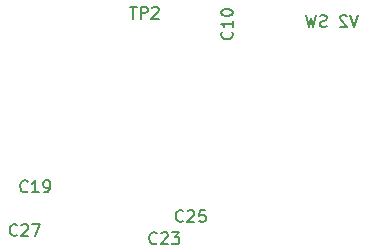
<source format=gbo>
G04 #@! TF.GenerationSoftware,KiCad,Pcbnew,(6.0.10)*
G04 #@! TF.CreationDate,2023-03-04T03:17:20-05:00*
G04 #@! TF.ProjectId,SmartWatch,536d6172-7457-4617-9463-682e6b696361,rev?*
G04 #@! TF.SameCoordinates,Original*
G04 #@! TF.FileFunction,Legend,Bot*
G04 #@! TF.FilePolarity,Positive*
%FSLAX46Y46*%
G04 Gerber Fmt 4.6, Leading zero omitted, Abs format (unit mm)*
G04 Created by KiCad (PCBNEW (6.0.10)) date 2023-03-04 03:17:20*
%MOMM*%
%LPD*%
G01*
G04 APERTURE LIST*
G04 Aperture macros list*
%AMRoundRect*
0 Rectangle with rounded corners*
0 $1 Rounding radius*
0 $2 $3 $4 $5 $6 $7 $8 $9 X,Y pos of 4 corners*
0 Add a 4 corners polygon primitive as box body*
4,1,4,$2,$3,$4,$5,$6,$7,$8,$9,$2,$3,0*
0 Add four circle primitives for the rounded corners*
1,1,$1+$1,$2,$3*
1,1,$1+$1,$4,$5*
1,1,$1+$1,$6,$7*
1,1,$1+$1,$8,$9*
0 Add four rect primitives between the rounded corners*
20,1,$1+$1,$2,$3,$4,$5,0*
20,1,$1+$1,$4,$5,$6,$7,0*
20,1,$1+$1,$6,$7,$8,$9,0*
20,1,$1+$1,$8,$9,$2,$3,0*%
G04 Aperture macros list end*
%ADD10C,0.150000*%
%ADD11RoundRect,0.050800X0.850000X0.850000X-0.850000X0.850000X-0.850000X-0.850000X0.850000X-0.850000X0*%
%ADD12O,1.801600X1.801600*%
%ADD13C,4.501600*%
%ADD14C,0.601600*%
%ADD15O,1.001600X1.901600*%
%ADD16RoundRect,0.050800X0.500000X0.500000X-0.500000X0.500000X-0.500000X-0.500000X0.500000X-0.500000X0*%
%ADD17O,1.101600X1.101600*%
%ADD18RoundRect,0.300800X0.350000X0.625000X-0.350000X0.625000X-0.350000X-0.625000X0.350000X-0.625000X0*%
%ADD19O,1.301600X1.851600*%
G04 APERTURE END LIST*
D10*
X101438095Y-69452380D02*
X101104761Y-70452380D01*
X100771428Y-69452380D01*
X100485714Y-69547619D02*
X100438095Y-69500000D01*
X100342857Y-69452380D01*
X100104761Y-69452380D01*
X100009523Y-69500000D01*
X99961904Y-69547619D01*
X99914285Y-69642857D01*
X99914285Y-69738095D01*
X99961904Y-69880952D01*
X100533333Y-70452380D01*
X99914285Y-70452380D01*
X98771428Y-70404761D02*
X98628571Y-70452380D01*
X98390476Y-70452380D01*
X98295238Y-70404761D01*
X98247619Y-70357142D01*
X98200000Y-70261904D01*
X98200000Y-70166666D01*
X98247619Y-70071428D01*
X98295238Y-70023809D01*
X98390476Y-69976190D01*
X98580952Y-69928571D01*
X98676190Y-69880952D01*
X98723809Y-69833333D01*
X98771428Y-69738095D01*
X98771428Y-69642857D01*
X98723809Y-69547619D01*
X98676190Y-69500000D01*
X98580952Y-69452380D01*
X98342857Y-69452380D01*
X98200000Y-69500000D01*
X97866666Y-69452380D02*
X97628571Y-70452380D01*
X97438095Y-69738095D01*
X97247619Y-70452380D01*
X97009523Y-69452380D01*
X86632142Y-86882142D02*
X86584523Y-86929761D01*
X86441666Y-86977380D01*
X86346428Y-86977380D01*
X86203571Y-86929761D01*
X86108333Y-86834523D01*
X86060714Y-86739285D01*
X86013095Y-86548809D01*
X86013095Y-86405952D01*
X86060714Y-86215476D01*
X86108333Y-86120238D01*
X86203571Y-86025000D01*
X86346428Y-85977380D01*
X86441666Y-85977380D01*
X86584523Y-86025000D01*
X86632142Y-86072619D01*
X87013095Y-86072619D02*
X87060714Y-86025000D01*
X87155952Y-85977380D01*
X87394047Y-85977380D01*
X87489285Y-86025000D01*
X87536904Y-86072619D01*
X87584523Y-86167857D01*
X87584523Y-86263095D01*
X87536904Y-86405952D01*
X86965476Y-86977380D01*
X87584523Y-86977380D01*
X88489285Y-85977380D02*
X88013095Y-85977380D01*
X87965476Y-86453571D01*
X88013095Y-86405952D01*
X88108333Y-86358333D01*
X88346428Y-86358333D01*
X88441666Y-86405952D01*
X88489285Y-86453571D01*
X88536904Y-86548809D01*
X88536904Y-86786904D01*
X88489285Y-86882142D01*
X88441666Y-86929761D01*
X88346428Y-86977380D01*
X88108333Y-86977380D01*
X88013095Y-86929761D01*
X87965476Y-86882142D01*
X73457142Y-84357142D02*
X73409523Y-84404761D01*
X73266666Y-84452380D01*
X73171428Y-84452380D01*
X73028571Y-84404761D01*
X72933333Y-84309523D01*
X72885714Y-84214285D01*
X72838095Y-84023809D01*
X72838095Y-83880952D01*
X72885714Y-83690476D01*
X72933333Y-83595238D01*
X73028571Y-83500000D01*
X73171428Y-83452380D01*
X73266666Y-83452380D01*
X73409523Y-83500000D01*
X73457142Y-83547619D01*
X74409523Y-84452380D02*
X73838095Y-84452380D01*
X74123809Y-84452380D02*
X74123809Y-83452380D01*
X74028571Y-83595238D01*
X73933333Y-83690476D01*
X73838095Y-83738095D01*
X74885714Y-84452380D02*
X75076190Y-84452380D01*
X75171428Y-84404761D01*
X75219047Y-84357142D01*
X75314285Y-84214285D01*
X75361904Y-84023809D01*
X75361904Y-83642857D01*
X75314285Y-83547619D01*
X75266666Y-83500000D01*
X75171428Y-83452380D01*
X74980952Y-83452380D01*
X74885714Y-83500000D01*
X74838095Y-83547619D01*
X74790476Y-83642857D01*
X74790476Y-83880952D01*
X74838095Y-83976190D01*
X74885714Y-84023809D01*
X74980952Y-84071428D01*
X75171428Y-84071428D01*
X75266666Y-84023809D01*
X75314285Y-83976190D01*
X75361904Y-83880952D01*
X82138095Y-68752380D02*
X82709523Y-68752380D01*
X82423809Y-69752380D02*
X82423809Y-68752380D01*
X83042857Y-69752380D02*
X83042857Y-68752380D01*
X83423809Y-68752380D01*
X83519047Y-68800000D01*
X83566666Y-68847619D01*
X83614285Y-68942857D01*
X83614285Y-69085714D01*
X83566666Y-69180952D01*
X83519047Y-69228571D01*
X83423809Y-69276190D01*
X83042857Y-69276190D01*
X83995238Y-68847619D02*
X84042857Y-68800000D01*
X84138095Y-68752380D01*
X84376190Y-68752380D01*
X84471428Y-68800000D01*
X84519047Y-68847619D01*
X84566666Y-68942857D01*
X84566666Y-69038095D01*
X84519047Y-69180952D01*
X83947619Y-69752380D01*
X84566666Y-69752380D01*
X72557142Y-88057142D02*
X72509523Y-88104761D01*
X72366666Y-88152380D01*
X72271428Y-88152380D01*
X72128571Y-88104761D01*
X72033333Y-88009523D01*
X71985714Y-87914285D01*
X71938095Y-87723809D01*
X71938095Y-87580952D01*
X71985714Y-87390476D01*
X72033333Y-87295238D01*
X72128571Y-87200000D01*
X72271428Y-87152380D01*
X72366666Y-87152380D01*
X72509523Y-87200000D01*
X72557142Y-87247619D01*
X72938095Y-87247619D02*
X72985714Y-87200000D01*
X73080952Y-87152380D01*
X73319047Y-87152380D01*
X73414285Y-87200000D01*
X73461904Y-87247619D01*
X73509523Y-87342857D01*
X73509523Y-87438095D01*
X73461904Y-87580952D01*
X72890476Y-88152380D01*
X73509523Y-88152380D01*
X73842857Y-87152380D02*
X74509523Y-87152380D01*
X74080952Y-88152380D01*
X84387142Y-88752142D02*
X84339523Y-88799761D01*
X84196666Y-88847380D01*
X84101428Y-88847380D01*
X83958571Y-88799761D01*
X83863333Y-88704523D01*
X83815714Y-88609285D01*
X83768095Y-88418809D01*
X83768095Y-88275952D01*
X83815714Y-88085476D01*
X83863333Y-87990238D01*
X83958571Y-87895000D01*
X84101428Y-87847380D01*
X84196666Y-87847380D01*
X84339523Y-87895000D01*
X84387142Y-87942619D01*
X84768095Y-87942619D02*
X84815714Y-87895000D01*
X84910952Y-87847380D01*
X85149047Y-87847380D01*
X85244285Y-87895000D01*
X85291904Y-87942619D01*
X85339523Y-88037857D01*
X85339523Y-88133095D01*
X85291904Y-88275952D01*
X84720476Y-88847380D01*
X85339523Y-88847380D01*
X85672857Y-87847380D02*
X86291904Y-87847380D01*
X85958571Y-88228333D01*
X86101428Y-88228333D01*
X86196666Y-88275952D01*
X86244285Y-88323571D01*
X86291904Y-88418809D01*
X86291904Y-88656904D01*
X86244285Y-88752142D01*
X86196666Y-88799761D01*
X86101428Y-88847380D01*
X85815714Y-88847380D01*
X85720476Y-88799761D01*
X85672857Y-88752142D01*
X90732142Y-70867857D02*
X90779761Y-70915476D01*
X90827380Y-71058333D01*
X90827380Y-71153571D01*
X90779761Y-71296428D01*
X90684523Y-71391666D01*
X90589285Y-71439285D01*
X90398809Y-71486904D01*
X90255952Y-71486904D01*
X90065476Y-71439285D01*
X89970238Y-71391666D01*
X89875000Y-71296428D01*
X89827380Y-71153571D01*
X89827380Y-71058333D01*
X89875000Y-70915476D01*
X89922619Y-70867857D01*
X90827380Y-69915476D02*
X90827380Y-70486904D01*
X90827380Y-70201190D02*
X89827380Y-70201190D01*
X89970238Y-70296428D01*
X90065476Y-70391666D01*
X90113095Y-70486904D01*
X89827380Y-69296428D02*
X89827380Y-69201190D01*
X89875000Y-69105952D01*
X89922619Y-69058333D01*
X90017857Y-69010714D01*
X90208333Y-68963095D01*
X90446428Y-68963095D01*
X90636904Y-69010714D01*
X90732142Y-69058333D01*
X90779761Y-69105952D01*
X90827380Y-69201190D01*
X90827380Y-69296428D01*
X90779761Y-69391666D01*
X90732142Y-69439285D01*
X90636904Y-69486904D01*
X90446428Y-69534523D01*
X90208333Y-69534523D01*
X90017857Y-69486904D01*
X89922619Y-69439285D01*
X89875000Y-69391666D01*
X89827380Y-69296428D01*
%LPC*%
D11*
X105100000Y-96000000D03*
D12*
X102560000Y-96000000D03*
X105100000Y-93460000D03*
X102560000Y-93460000D03*
X105100000Y-90920000D03*
X102560000Y-90920000D03*
X105100000Y-88380000D03*
X102560000Y-88380000D03*
X105100000Y-85840000D03*
X102560000Y-85840000D03*
D13*
X103886000Y-62738000D03*
D14*
X83926000Y-61468000D03*
X77326000Y-61468000D03*
D15*
X83926000Y-61468000D03*
X77326000Y-61468000D03*
D16*
X73010000Y-96860000D03*
D17*
X73010000Y-95590000D03*
D18*
X93202000Y-66654000D03*
D19*
X91202000Y-66654000D03*
D13*
X71628000Y-62738000D03*
X103886000Y-106934000D03*
X71628000Y-106934000D03*
M02*

</source>
